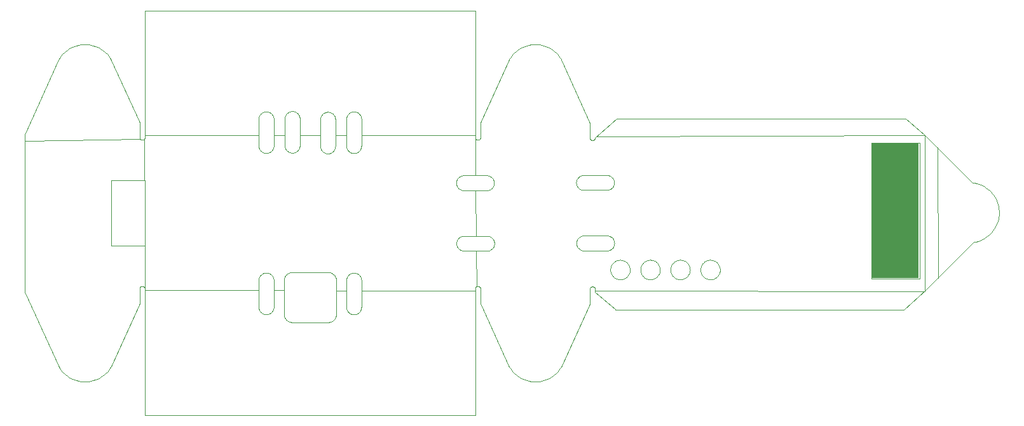
<source format=gko>
%FSTAX25Y25*%
%MOIN*%
%SFA1B1*%

%IPPOS*%
%ADD12C,0.003937*%
%ADD13R,0.248031X0.708660*%
%LNpcb1-1*%
%LPD*%
G54D12*
X0709972Y0553118D02*
D01*
X0709615Y0553105*
X070926Y0553068*
X0708908Y0553006*
X0708561Y0552919*
X0708221Y0552809*
X070789Y0552675*
X0707569Y0552519*
X070726Y055234*
X0706964Y055214*
X0706682Y055192*
X0706417Y0551681*
X0706168Y0551424*
X0705939Y0551151*
X0705729Y0550862*
X070554Y0550559*
X0705372Y0550243*
X0705227Y0549917*
X0705104Y0549581*
X0705006Y0549238*
X0704932Y0548888*
X0704882Y0548534*
X0704857Y0548178*
X0704854Y0548*
X071509D02*
D01*
X0715078Y0548357*
X071504Y0548712*
X0714978Y0549064*
X0714892Y054941*
X0714781Y054975*
X0714648Y0550081*
X0714491Y0550402*
X0714312Y0550712*
X0714113Y0551008*
X0713893Y0551289*
X0713654Y0551555*
X0713397Y0551803*
X0713123Y0552033*
X0712834Y0552243*
X0712531Y0552432*
X0712216Y05526*
X0711889Y0552745*
X0711554Y0552867*
X071121Y0552966*
X0710861Y055304*
X0710507Y055309*
X0710151Y0553114*
X0709972Y0553118*
Y0542881D02*
D01*
X0710329Y0542894*
X0710684Y0542931*
X0711036Y0542993*
X0711383Y054308*
X0711722Y054319*
X0712054Y0543324*
X0712375Y054348*
X0712684Y0543659*
X071298Y0543859*
X0713262Y0544079*
X0713527Y0544318*
X0713775Y0544575*
X0714005Y0544848*
X0714215Y0545137*
X0714404Y054544*
X0714572Y0545756*
X0714717Y0546082*
X071484Y0546418*
X0714938Y0546761*
X0715012Y0547111*
X0715062Y0547465*
X0715087Y0547821*
X071509Y0548*
X0704854D02*
D01*
X0704866Y0547642*
X0704904Y0547287*
X0704966Y0546935*
X0705052Y0546589*
X0705162Y0546249*
X0705296Y0545918*
X0705453Y0545597*
X0705632Y0545287*
X0705831Y0544991*
X0706051Y054471*
X070629Y0544444*
X0706547Y0544196*
X0706821Y0543966*
X070711Y0543756*
X0707413Y0543567*
X0707728Y0543399*
X0708055Y0543254*
X070839Y0543132*
X0708734Y0543033*
X0709083Y0542959*
X0709437Y0542909*
X0709793Y0542885*
X0709972Y0542881*
X0741468D02*
D01*
X0741825Y0542894*
X074218Y0542931*
X0742532Y0542993*
X0742879Y054308*
X0743219Y054319*
X074355Y0543324*
X0743871Y054348*
X074418Y0543659*
X0744476Y0543859*
X0744758Y0544079*
X0745023Y0544318*
X0745272Y0544575*
X0745501Y0544848*
X0745711Y0545137*
X07459Y054544*
X0746068Y0545756*
X0746213Y0546082*
X0746336Y0546418*
X0746434Y0546761*
X0746508Y0547111*
X0746558Y0547465*
X0746583Y0547821*
X0746586Y0548*
D01*
X0746574Y0548357*
X0746536Y0548712*
X0746474Y0549064*
X0746388Y054941*
X0746277Y054975*
X0746144Y0550081*
X0745987Y0550402*
X0745808Y0550712*
X0745609Y0551008*
X0745389Y0551289*
X074515Y0551555*
X0744893Y0551803*
X0744619Y0552033*
X074433Y0552243*
X0744027Y0552432*
X0743712Y05526*
X0743385Y0552745*
X074305Y0552867*
X0742706Y0552966*
X0742357Y055304*
X0742003Y055309*
X0741647Y0553114*
X0741468Y0553118*
D01*
X0741111Y0553105*
X0740756Y0553068*
X0740404Y0553006*
X0740057Y0552919*
X0739718Y0552809*
X0739386Y0552675*
X0739065Y0552519*
X0738756Y055234*
X073846Y055214*
X0738178Y055192*
X0737913Y0551681*
X0737665Y0551424*
X0737435Y0551151*
X0737225Y0550862*
X0737036Y0550559*
X0736868Y0550243*
X0736723Y0549917*
X07366Y0549581*
X0736502Y0549238*
X0736428Y0548888*
X0736378Y0548534*
X0736353Y0548178*
X073635Y0548*
D01*
X0736362Y0547642*
X07364Y0547287*
X0736462Y0546935*
X0736548Y0546589*
X0736659Y0546249*
X0736792Y0545918*
X0736949Y0545597*
X0737128Y0545287*
X0737327Y0544991*
X0737547Y054471*
X0737786Y0544444*
X0738043Y0544196*
X0738317Y0543966*
X0738606Y0543756*
X0738909Y0543567*
X0739224Y0543399*
X0739551Y0543254*
X0739886Y0543132*
X074023Y0543033*
X0740579Y0542959*
X0740933Y0542909*
X0741289Y0542885*
X0741468Y0542881*
X072572D02*
D01*
X0726077Y0542894*
X0726432Y0542931*
X0726784Y0542993*
X0727131Y054308*
X072747Y054319*
X0727802Y0543324*
X0728123Y054348*
X0728432Y0543659*
X0728728Y0543859*
X072901Y0544079*
X0729275Y0544318*
X0729523Y0544575*
X0729753Y0544848*
X0729963Y0545137*
X0730152Y054544*
X073032Y0545756*
X0730465Y0546082*
X0730588Y0546418*
X0730686Y0546761*
X073076Y0547111*
X073081Y0547465*
X0730835Y0547821*
X0730838Y0548*
X0720602D02*
D01*
X0720614Y0547642*
X0720652Y0547287*
X0720714Y0546935*
X07208Y0546589*
X0720911Y0546249*
X0721044Y0545918*
X0721201Y0545597*
X072138Y0545287*
X0721579Y0544991*
X0721799Y054471*
X0722038Y0544444*
X0722295Y0544196*
X0722569Y0543966*
X0722858Y0543756*
X0723161Y0543567*
X0723476Y0543399*
X0723803Y0543254*
X0724138Y0543132*
X0724482Y0543033*
X0724831Y0542959*
X0725185Y0542909*
X0725541Y0542885*
X072572Y0542881*
Y0553118D02*
D01*
X0725363Y0553105*
X0725008Y0553068*
X0724656Y0553006*
X0724309Y0552919*
X0723969Y0552809*
X0723638Y0552675*
X0723317Y0552519*
X0723008Y055234*
X0722712Y055214*
X072243Y055192*
X0722165Y0551681*
X0721916Y0551424*
X0721687Y0551151*
X0721477Y0550862*
X0721288Y0550559*
X072112Y0550243*
X0720975Y0549917*
X0720852Y0549581*
X0720754Y0549238*
X072068Y0548888*
X072063Y0548534*
X0720605Y0548178*
X0720602Y0548*
X0730838D02*
D01*
X0730826Y0548357*
X0730788Y0548712*
X0730726Y0549064*
X073064Y054941*
X0730529Y054975*
X0730396Y0550081*
X0730239Y0550402*
X073006Y0550712*
X0729861Y0551008*
X0729641Y0551289*
X0729402Y0551555*
X0729145Y0551803*
X0728871Y0552033*
X0728582Y0552243*
X0728279Y0552432*
X0727964Y05526*
X0727637Y0552745*
X0727302Y0552867*
X0726958Y0552966*
X0726609Y055304*
X0726255Y055309*
X0725899Y0553114*
X072572Y0553118*
X0757216Y0542881D02*
D01*
X0757573Y0542894*
X0757928Y0542931*
X075828Y0542993*
X0758627Y054308*
X0758967Y054319*
X0759298Y0543324*
X0759619Y054348*
X0759928Y0543659*
X0760224Y0543859*
X0760506Y0544079*
X0760771Y0544318*
X076102Y0544575*
X0761249Y0544848*
X0761459Y0545137*
X0761648Y054544*
X0761816Y0545756*
X0761961Y0546082*
X0762084Y0546418*
X0762182Y0546761*
X0762256Y0547111*
X0762306Y0547465*
X0762331Y0547821*
X0762334Y0548*
D01*
X0762322Y0548357*
X0762284Y0548712*
X0762222Y0549064*
X0762136Y054941*
X0762025Y054975*
X0761892Y0550081*
X0761735Y0550402*
X0761556Y0550712*
X0761357Y0551008*
X0761137Y0551289*
X0760898Y0551555*
X0760641Y0551803*
X0760367Y0552033*
X0760078Y0552243*
X0759775Y0552432*
X075946Y05526*
X0759133Y0552745*
X0758798Y0552867*
X0758454Y0552966*
X0758105Y055304*
X0757751Y055309*
X0757395Y0553114*
X0757216Y0553118*
D01*
X0756859Y0553105*
X0756504Y0553068*
X0756152Y0553006*
X0755805Y0552919*
X0755466Y0552809*
X0755134Y0552675*
X0754813Y0552519*
X0754504Y055234*
X0754208Y055214*
X0753926Y055192*
X0753661Y0551681*
X0753413Y0551424*
X0753183Y0551151*
X0752973Y0550862*
X0752784Y0550559*
X0752616Y0550243*
X0752471Y0549917*
X0752348Y0549581*
X075225Y0549238*
X0752176Y0548888*
X0752126Y0548534*
X0752101Y0548178*
X0752098Y0548*
D01*
X075211Y0547642*
X0752148Y0547287*
X075221Y0546935*
X0752296Y0546589*
X0752407Y0546249*
X075254Y0545918*
X0752697Y0545597*
X0752876Y0545287*
X0753075Y0544991*
X0753295Y054471*
X0753534Y0544444*
X0753791Y0544196*
X0754065Y0543966*
X0754354Y0543756*
X0754657Y0543567*
X0754972Y0543399*
X0755299Y0543254*
X0755634Y0543132*
X0755978Y0543033*
X0756327Y0542959*
X0756681Y0542909*
X0757037Y0542885*
X0757216Y0542881*
X0690985Y0565878D02*
D01*
X0690711Y0565868*
X0690437Y056584*
X0690167Y0565792*
X06899Y0565725*
X0689639Y056564*
X0689384Y0565537*
X0689137Y0565417*
X0688899Y056528*
X0688671Y0565126*
X0688455Y0564957*
X068825Y0564773*
X068806Y0564575*
X0687883Y0564365*
X0687721Y0564142*
X0687576Y0563909*
X0687447Y0563667*
X0687335Y0563416*
X0687241Y0563157*
X0687165Y0562893*
X0687108Y0562624*
X068707Y0562352*
X0687051Y0562078*
Y0561803*
X068707Y0561529*
X0687108Y0561257*
X0687165Y0560988*
X0687241Y0560724*
X0687335Y0560466*
X0687447Y0560215*
X0687576Y0559972*
X0687721Y0559739*
X0687883Y0559517*
X068806Y0559306*
X068825Y0559109*
X0688455Y0558925*
X0688671Y0558756*
X0688899Y0558602*
X0689137Y0558465*
X0689384Y0558344*
X0689639Y0558241*
X06899Y0558156*
X0690167Y055809*
X0690437Y0558042*
X0690711Y0558013*
X0690985Y0558004*
X0702985Y0557996D02*
D01*
X070326Y0558005*
X0703533Y0558034*
X0703804Y0558082*
X0704071Y0558148*
X0704332Y0558233*
X0704587Y0558336*
X0704834Y0558456*
X0705072Y0558594*
X0705299Y0558747*
X0705516Y0558917*
X070572Y0559101*
X0705911Y0559298*
X0706088Y0559509*
X0706249Y0559731*
X0706395Y0559964*
X0706524Y0560207*
X0706636Y0560458*
X070673Y0560716*
X0706805Y056098*
X0706863Y0561249*
X0706901Y0561521*
X070692Y0561795*
Y056207*
X0706901Y0562344*
X0706863Y0562616*
X0706805Y0562885*
X070673Y0563149*
X0706636Y0563407*
X0706524Y0563658*
X0706395Y0563901*
X0706249Y0564134*
X0706088Y0564356*
X0705911Y0564567*
X070572Y0564765*
X0705516Y0564948*
X0705299Y0565118*
X0705072Y0565271*
X0704834Y0565409*
X0704587Y0565529*
X0704332Y0565632*
X0704071Y0565717*
X0703804Y0565784*
X0703533Y0565831*
X070326Y056586*
X0702985Y056587*
X0690841Y0597655D02*
D01*
X0690567Y0597645*
X0690293Y0597617*
X0690023Y0597569*
X0689756Y0597502*
X0689495Y0597418*
X068924Y0597315*
X0688993Y0597194*
X0688755Y0597057*
X0688527Y0596903*
X0688311Y0596734*
X0688106Y059655*
X0687915Y0596352*
X0687739Y0596142*
X0687577Y059592*
X0687432Y0595687*
X0687303Y0595444*
X0687191Y0595193*
X0687097Y0594935*
X0687021Y059467*
X0686964Y0594402*
X0686926Y059413*
X0686907Y0593855*
Y0593581*
X0686926Y0593306*
X0686964Y0593034*
X0687021Y0592766*
X0687097Y0592501*
X0687191Y0592243*
X0687303Y0591992*
X0687432Y059175*
X0687577Y0591516*
X0687739Y0591294*
X0687915Y0591084*
X0688106Y0590886*
X0688311Y0590702*
X0688527Y0590533*
X0688755Y0590379*
X0688993Y0590242*
X068924Y0590121*
X0689495Y0590018*
X0689756Y0589934*
X0690023Y0589867*
X0690293Y0589819*
X0690567Y0589791*
X0690841Y0589781*
X0702841Y0589773D02*
D01*
X0703116Y0589782*
X0703389Y0589811*
X070366Y0589859*
X0703926Y0589925*
X0704188Y059001*
X0704443Y0590113*
X070469Y0590234*
X0704928Y0590371*
X0705155Y0590525*
X0705372Y0590694*
X0705576Y0590878*
X0705767Y0591075*
X0705944Y0591286*
X0706105Y0591508*
X0706251Y0591741*
X070638Y0591984*
X0706492Y0592235*
X0706586Y0592493*
X0706661Y0592757*
X0706718Y0593026*
X0706757Y0593298*
X0706776Y0593572*
Y0593847*
X0706757Y0594121*
X0706718Y0594393*
X0706661Y0594662*
X0706586Y0594926*
X0706492Y0595185*
X070638Y0595436*
X0706251Y0595678*
X0706105Y0595911*
X0705944Y0596134*
X0705767Y0596344*
X0705576Y0596542*
X0705372Y0596726*
X0705155Y0596895*
X0704928Y0597049*
X070469Y0597186*
X0704443Y0597306*
X0704188Y0597409*
X0703926Y0597494*
X070366Y0597561*
X0703389Y0597608*
X0703116Y0597637*
X0702841Y0597647*
X0640044Y0557851D02*
D01*
X0640319Y0557861*
X0640592Y055789*
X0640863Y0557938*
X064113Y0558004*
X0641391Y0558089*
X0641646Y0558192*
X0641893Y0558312*
X0642131Y055845*
X0642358Y0558603*
X0642575Y0558773*
X0642779Y0558956*
X064297Y0559154*
X0643147Y0559365*
X0643308Y0559587*
X0643454Y055982*
X0643583Y0560063*
X0643695Y0560314*
X0643789Y0560572*
X0643864Y0560836*
X0643922Y0561105*
X064396Y0561377*
X0643979Y0561651*
Y0561926*
X064396Y05622*
X0643922Y0562472*
X0643864Y0562741*
X0643789Y0563005*
X0643695Y0563263*
X0643583Y0563514*
X0643454Y0563757*
X0643308Y056399*
X0643147Y0564212*
X064297Y0564423*
X0642779Y0564621*
X0642575Y0564804*
X0642358Y0564974*
X0642131Y0565127*
X0641893Y0565265*
X0641646Y0565385*
X0641391Y0565488*
X064113Y0565573*
X0640863Y0565639*
X0640592Y0565687*
X0640319Y0565716*
X0640044Y0565725*
X0628044Y0565734D02*
D01*
X062777Y0565724*
X0627496Y0565695*
X0627226Y0565648*
X0626959Y0565581*
X0626698Y0565496*
X0626443Y0565393*
X0626196Y0565273*
X0625958Y0565136*
X062573Y0564982*
X0625514Y0564813*
X062531Y0564629*
X0625119Y0564431*
X0624942Y0564221*
X062478Y0563998*
X0624635Y0563765*
X0624506Y0563523*
X0624394Y0563272*
X06243Y0563013*
X0624224Y0562749*
X0624167Y056248*
X0624129Y0562208*
X062411Y0561934*
Y0561659*
X0624129Y0561385*
X0624167Y0561113*
X0624224Y0560844*
X06243Y056058*
X0624394Y0560322*
X0624506Y0560071*
X0624635Y0559828*
X062478Y0559595*
X0624942Y0559373*
X0625119Y0559162*
X062531Y0558965*
X0625514Y0558781*
X062573Y0558612*
X0625958Y0558458*
X0626196Y0558321*
X0626443Y05582*
X0626698Y0558097*
X0626959Y0558012*
X0627226Y0557946*
X0627496Y0557898*
X062777Y0557869*
X0628044Y055786*
X06399Y0589628D02*
D01*
X0640175Y0589638*
X0640448Y0589667*
X0640719Y0589714*
X0640985Y0589781*
X0641247Y0589866*
X0641502Y0589969*
X0641749Y0590089*
X0641987Y0590226*
X0642214Y059038*
X0642431Y0590549*
X0642635Y0590733*
X0642826Y0590931*
X0643003Y0591141*
X0643164Y0591364*
X064331Y0591597*
X0643439Y0591839*
X0643551Y059209*
X0643645Y0592349*
X064372Y0592613*
X0643777Y0592882*
X0643816Y0593154*
X0643835Y0593428*
Y0593703*
X0643816Y0593977*
X0643777Y0594249*
X064372Y0594518*
X0643645Y0594782*
X0643551Y059504*
X0643439Y0595291*
X064331Y0595534*
X0643164Y0595767*
X0643003Y0595989*
X0642826Y05962*
X0642635Y0596397*
X0642431Y0596581*
X0642214Y059675*
X0641987Y0596904*
X0641749Y0597041*
X0641502Y0597162*
X0641247Y0597265*
X0640985Y059735*
X0640719Y0597416*
X0640448Y0597464*
X0640175Y0597493*
X06399Y0597502*
X06279Y0597511D02*
D01*
X0627626Y0597501*
X0627352Y0597472*
X0627082Y0597424*
X0626815Y0597358*
X0626554Y0597273*
X0626299Y059717*
X0626052Y059705*
X0625814Y0596912*
X0625586Y0596759*
X062537Y0596589*
X0625165Y0596406*
X0624975Y0596208*
X0624798Y0595997*
X0624636Y0595775*
X0624491Y0595542*
X0624362Y0595299*
X062425Y0595048*
X0624156Y059479*
X062408Y0594526*
X0624023Y0594257*
X0623985Y0593985*
X0623966Y0593711*
Y0593436*
X0623985Y0593162*
X0624023Y059289*
X062408Y0592621*
X0624156Y0592357*
X062425Y0592099*
X0624362Y0591848*
X0624491Y0591605*
X0624636Y0591372*
X0624798Y059115*
X0624975Y0590939*
X0625165Y0590741*
X062537Y0590558*
X0625586Y0590388*
X0625814Y0590235*
X0626052Y0590097*
X0626299Y0589977*
X0626554Y0589874*
X0626815Y0589789*
X0627082Y0589723*
X0627352Y0589675*
X0627626Y0589646*
X06279Y0589637*
X0528291Y0542455D02*
D01*
X0528281Y054273*
X0528253Y0543003*
X0528205Y0543274*
X0528138Y054354*
X0528053Y0543802*
X052795Y0544056*
X052783Y0544303*
X0527693Y0544541*
X0527539Y0544769*
X052737Y0544986*
X0527186Y054519*
X0526988Y0545381*
X0526778Y0545557*
X0526555Y0545719*
X0526322Y0545865*
X052608Y0545994*
X0525829Y0546105*
X052557Y0546199*
X0525306Y0546275*
X0525037Y0546332*
X0524765Y054637*
X0524491Y054639*
X0524216*
X0523942Y054637*
X052367Y0546332*
X0523401Y0546275*
X0523137Y0546199*
X0522879Y0546105*
X0522628Y0545994*
X0522385Y0545865*
X0522152Y0545719*
X052193Y0545557*
X0521719Y0545381*
X0521522Y054519*
X0521338Y0544986*
X0521169Y0544769*
X0521015Y0544541*
X0520878Y0544303*
X0520757Y0544056*
X0520654Y0543802*
X0520569Y054354*
X0520503Y0543274*
X0520455Y0543003*
X0520426Y054273*
X0520417Y0542455*
X0520409Y0528487D02*
D01*
X0520418Y0528212*
X0520447Y0527939*
X0520495Y0527668*
X0520561Y0527401*
X0520646Y052714*
X0520749Y0526885*
X0520869Y0526638*
X0521007Y05264*
X052116Y0526172*
X052133Y0525956*
X0521514Y0525752*
X0521711Y0525561*
X0521922Y0525384*
X0522144Y0525223*
X0522377Y0525077*
X052262Y0524948*
X0522871Y0524836*
X0523129Y0524742*
X0523393Y0524666*
X0523662Y0524609*
X0523934Y0524571*
X0524208Y0524552*
X0524483*
X0524757Y0524571*
X0525029Y0524609*
X0525298Y0524666*
X0525562Y0524742*
X052582Y0524836*
X0526071Y0524948*
X0526314Y0525077*
X0526547Y0525223*
X0526769Y0525384*
X052698Y0525561*
X0527178Y0525752*
X0527361Y0525956*
X0527531Y0526172*
X0527684Y05264*
X0527822Y0526638*
X0527942Y0526885*
X0528045Y052714*
X052813Y0527401*
X0528197Y0527668*
X0528244Y0527939*
X0528273Y0528212*
X0528283Y0528487*
X0574256Y0542374D02*
D01*
X0574247Y0542649*
X0574218Y0542922*
X057417Y0543193*
X0574104Y0543459*
X0574019Y0543721*
X0573916Y0543976*
X0573795Y0544223*
X0573658Y0544461*
X0573504Y0544688*
X0573335Y0544905*
X0573151Y0545109*
X0572954Y05453*
X0572743Y0545477*
X0572521Y0545638*
X0572288Y0545784*
X0572045Y0545913*
X0571794Y0546025*
X0571536Y0546119*
X0571272Y0546194*
X0571003Y0546251*
X0570731Y054629*
X0570457Y0546309*
X0570182*
X0569908Y054629*
X0569636Y0546251*
X0569367Y0546194*
X0569103Y0546119*
X0568844Y0546025*
X0568593Y0545913*
X0568351Y0545784*
X0568118Y0545638*
X0567895Y0545477*
X0567685Y05453*
X0567487Y0545109*
X0567303Y0544905*
X0567134Y0544688*
X056698Y0544461*
X0566843Y0544223*
X0566723Y0543976*
X056662Y0543721*
X0566535Y0543459*
X0566468Y0543193*
X056642Y0542922*
X0566392Y0542649*
X0566382Y0542374*
X0566374Y0528406D02*
D01*
X0566384Y0528131*
X0566413Y0527858*
X056646Y0527587*
X0566527Y0527321*
X0566612Y0527059*
X0566715Y0526804*
X0566835Y0526557*
X0566973Y052632*
X0567126Y0526092*
X0567295Y0525875*
X0567479Y0525671*
X0567677Y052548*
X0567887Y0525303*
X056811Y0525142*
X0568343Y0524996*
X0568585Y0524867*
X0568836Y0524755*
X0569095Y0524661*
X0569359Y0524586*
X0569628Y0524529*
X05699Y052449*
X0570174Y0524471*
X0570449*
X0570723Y052449*
X0570995Y0524529*
X0571264Y0524586*
X0571528Y0524661*
X0571786Y0524755*
X0572037Y0524867*
X057228Y0524996*
X0572513Y0525142*
X0572735Y0525303*
X0572946Y052548*
X0573143Y0525671*
X0573327Y0525875*
X0573496Y0526092*
X057365Y052632*
X0573787Y0526557*
X0573908Y0526804*
X0574011Y0527059*
X0574096Y0527321*
X0574162Y0527587*
X057421Y0527858*
X0574239Y0528131*
X0574248Y0528406*
X0528291Y0627101D02*
D01*
X0528281Y0627375*
X0528253Y0627649*
X0528205Y0627919*
X0528138Y0628186*
X0528053Y0628447*
X052795Y0628702*
X052783Y0628949*
X0527693Y0629187*
X0527539Y0629415*
X052737Y0629631*
X0527186Y0629836*
X0526988Y0630026*
X0526778Y0630203*
X0526555Y0630365*
X0526322Y063051*
X052608Y0630639*
X0525829Y0630751*
X052557Y0630845*
X0525306Y0630921*
X0525037Y0630978*
X0524765Y0631016*
X0524491Y0631035*
X0524216*
X0523942Y0631016*
X052367Y0630978*
X0523401Y0630921*
X0523137Y0630845*
X0522879Y0630751*
X0522628Y0630639*
X0522385Y063051*
X0522152Y0630365*
X052193Y0630203*
X0521719Y0630026*
X0521522Y0629836*
X0521338Y0629631*
X0521169Y0629415*
X0521015Y0629187*
X0520878Y0628949*
X0520757Y0628702*
X0520654Y0628447*
X0520569Y0628186*
X0520503Y0627919*
X0520455Y0627649*
X0520426Y0627375*
X0520417Y0627101*
X0520409Y0613132D02*
D01*
X0520418Y0612858*
X0520447Y0612584*
X0520495Y0612314*
X0520561Y0612047*
X0520646Y0611786*
X0520749Y0611531*
X0520869Y0611284*
X0521007Y0611046*
X052116Y0610818*
X052133Y0610602*
X0521514Y0610397*
X0521711Y0610206*
X0521922Y061003*
X0522144Y0609868*
X0522377Y0609723*
X052262Y0609594*
X0522871Y0609482*
X0523129Y0609388*
X0523393Y0609312*
X0523662Y0609255*
X0523934Y0609217*
X0524208Y0609198*
X0524483*
X0524757Y0609217*
X0525029Y0609255*
X0525298Y0609312*
X0525562Y0609388*
X052582Y0609482*
X0526071Y0609594*
X0526314Y0609723*
X0526547Y0609868*
X0526769Y061003*
X052698Y0610206*
X0527178Y0610397*
X0527361Y0610602*
X0527531Y0610818*
X0527684Y0611046*
X0527822Y0611284*
X0527942Y0611531*
X0528045Y0611786*
X052813Y0612047*
X0528197Y0612314*
X0528244Y0612584*
X0528273Y0612858*
X0528283Y0613132*
X0541958Y0627245D02*
D01*
X0541948Y0627519*
X0541919Y0627793*
X0541872Y0628063*
X0541805Y062833*
X054172Y0628591*
X0541617Y0628846*
X0541497Y0629093*
X054136Y0629331*
X0541206Y0629559*
X0541037Y0629775*
X0540853Y062998*
X0540655Y0630171*
X0540445Y0630347*
X0540222Y0630509*
X0539989Y0630654*
X0539747Y0630783*
X0539496Y0630895*
X0539237Y0630989*
X0538973Y0631065*
X0538704Y0631122*
X0538432Y063116*
X0538158Y0631179*
X0537883*
X0537609Y063116*
X0537337Y0631122*
X0537068Y0631065*
X0536804Y0630989*
X0536546Y0630895*
X0536295Y0630783*
X0536052Y0630654*
X0535819Y0630509*
X0535597Y0630347*
X0535386Y0630171*
X0535189Y062998*
X0535005Y0629775*
X0534836Y0629559*
X0534682Y0629331*
X0534545Y0629093*
X0534424Y0628846*
X0534321Y0628591*
X0534236Y062833*
X053417Y0628063*
X0534122Y0627793*
X0534093Y0627519*
X0534084Y0627245*
X0534075Y0613276D02*
D01*
X0534085Y0613002*
X0534114Y0612728*
X0534162Y0612458*
X0534228Y0612191*
X0534313Y061193*
X0534416Y0611675*
X0534536Y0611428*
X0534674Y061119*
X0534827Y0610962*
X0534997Y0610746*
X053518Y0610541*
X0535378Y0610351*
X0535589Y0610174*
X0535811Y0610012*
X0536044Y0609867*
X0536287Y0609738*
X0536538Y0609626*
X0536796Y0609532*
X053706Y0609456*
X0537329Y0609399*
X0537601Y0609361*
X0537875Y0609342*
X053815*
X0538424Y0609361*
X0538696Y0609399*
X0538965Y0609456*
X0539229Y0609532*
X0539487Y0609626*
X0539738Y0609738*
X0539981Y0609867*
X0540214Y0610012*
X0540436Y0610174*
X0540647Y0610351*
X0540845Y0610541*
X0541028Y0610746*
X0541198Y0610962*
X0541351Y061119*
X0541489Y0611428*
X0541609Y0611675*
X0541712Y061193*
X0541797Y0612191*
X0541863Y0612458*
X0541911Y0612728*
X054194Y0613002*
X054195Y0613276*
X056059Y0626875D02*
D01*
X056058Y062715*
X0560551Y0627423*
X0560504Y0627694*
X0560437Y0627961*
X0560352Y0628222*
X0560249Y0628477*
X0560129Y0628724*
X0559991Y0628962*
X0559838Y062919*
X0559669Y0629406*
X0559485Y062961*
X0559287Y0629801*
X0559077Y0629978*
X0558854Y0630139*
X0558621Y0630285*
X0558379Y0630414*
X0558127Y0630526*
X0557869Y063062*
X0557605Y0630696*
X0557336Y0630753*
X0557064Y0630791*
X055679Y063081*
X0556515*
X0556241Y0630791*
X0555969Y0630753*
X05557Y0630696*
X0555436Y063062*
X0555178Y0630526*
X0554927Y0630414*
X0554684Y0630285*
X0554451Y0630139*
X0554229Y0629978*
X0554018Y0629801*
X0553821Y062961*
X0553637Y0629406*
X0553468Y062919*
X0553314Y0628962*
X0553176Y0628724*
X0553056Y0628477*
X0552953Y0628222*
X0552868Y0627961*
X0552802Y0627694*
X0552754Y0627423*
X0552725Y062715*
X0552716Y0626875*
X0552707Y0612907D02*
D01*
X0552717Y0612633*
X0552746Y0612359*
X0552793Y0612089*
X055286Y0611822*
X0552945Y0611561*
X0553048Y0611306*
X0553168Y0611059*
X0553306Y0610821*
X0553459Y0610593*
X0553628Y0610377*
X0553812Y0610172*
X055401Y0609982*
X0554221Y0609805*
X0554443Y0609643*
X0554676Y0609498*
X0554919Y0609369*
X055517Y0609257*
X0555428Y0609163*
X0555692Y0609087*
X0555961Y060903*
X0556233Y0608992*
X0556507Y0608973*
X0556782*
X0557056Y0608992*
X0557328Y060903*
X0557597Y0609087*
X0557861Y0609163*
X0558119Y0609257*
X055837Y0609369*
X0558613Y0609498*
X0558846Y0609643*
X0559068Y0609805*
X0559279Y0609982*
X0559476Y0610172*
X055966Y0610377*
X0559829Y0610593*
X0559983Y0610821*
X0560121Y0611059*
X0560241Y0611306*
X0560344Y0611561*
X0560429Y0611822*
X0560495Y0612089*
X0560543Y0612359*
X0560572Y0612633*
X0560581Y0612907*
X0533587Y0524818D02*
D01*
X0533597Y0524508*
X053363Y05242*
X0533684Y0523895*
X0533758Y0523594*
X0533854Y05233*
X053397Y0523012*
X0534106Y0522734*
X0534261Y0522466*
X0534434Y0522209*
X0534625Y0521965*
X0534832Y0521734*
X0535055Y0521519*
X0535292Y052132*
X0535543Y0521138*
X0535806Y0520974*
X0536079Y0520828*
X0536362Y0520702*
X0536653Y0520596*
X0536951Y0520511*
X0537254Y0520446*
X0537561Y0520403*
X053787Y0520382*
X0538025Y0520379*
X055664D02*
D01*
X055695Y052039*
X0557258Y0520422*
X0557563Y0520476*
X0557863Y0520551*
X0558158Y0520647*
X0558445Y0520763*
X0558724Y0520899*
X0558992Y0521053*
X0559249Y0521227*
X0559493Y0521417*
X0559723Y0521625*
X0559939Y0521848*
X0560138Y0522085*
X056032Y0522336*
X0560484Y0522598*
X0560629Y0522872*
X0560755Y0523155*
X0560861Y0523446*
X0560947Y0523744*
X0561011Y0524047*
X0561054Y0524354*
X0561076Y0524663*
X0561079Y0524818*
Y0530164D02*
D01*
X0561082Y0530199*
X0561083Y053023*
X0561091Y054223D02*
D01*
X056108Y0542539*
X0561048Y0542848*
X0560994Y0543153*
X0560919Y0543453*
X0560824Y0543748*
X0560707Y0544035*
X0560572Y0544314*
X0560417Y0544582*
X0560244Y0544839*
X0560053Y0545083*
X0559845Y0545313*
X0559623Y0545528*
X0559385Y0545727*
X0559135Y054591*
X0558872Y0546074*
X0558598Y0546219*
X0558315Y0546345*
X0558024Y0546451*
X0557726Y0546537*
X0557423Y0546601*
X0557117Y0546644*
X0556808Y0546666*
X0556653Y0546668*
X0538037D02*
D01*
X0537728Y0546658*
X053742Y0546625*
X0537114Y0546571*
X0536814Y0546496*
X0536519Y0546401*
X0536232Y0546285*
X0535954Y0546149*
X0535685Y0545994*
X0535428Y0545821*
X0535184Y054563*
X0534954Y0545423*
X0534739Y05452*
X053454Y0544962*
X0534358Y0544712*
X0534193Y0544449*
X0534048Y0544176*
X0533922Y0543893*
X0533816Y0543601*
X0533731Y0543304*
X0533666Y0543001*
X0533623Y0542694*
X0533601Y0542385*
X0533599Y054223*
X0533595Y0536322D02*
D01*
X053359Y0536287*
X0533587Y0536252*
X0533587Y053623*
X0574258Y062702D02*
D01*
X0574248Y0627295*
X0574219Y0627568*
X0574172Y0627839*
X0574105Y0628105*
X057402Y0628367*
X0573917Y0628621*
X0573797Y0628868*
X057366Y0629106*
X0573506Y0629334*
X0573337Y0629551*
X0573153Y0629755*
X0572955Y0629946*
X0572745Y0630122*
X0572522Y0630284*
X0572289Y063043*
X0572047Y0630559*
X0571796Y063067*
X0571537Y0630764*
X0571273Y063084*
X0571004Y0630897*
X0570732Y0630935*
X0570458Y0630955*
X0570183*
X0569909Y0630935*
X0569637Y0630897*
X0569368Y063084*
X0569104Y0630764*
X0568846Y063067*
X0568595Y0630559*
X0568352Y063043*
X0568119Y0630284*
X0567897Y0630122*
X0567686Y0629946*
X0567489Y0629755*
X0567305Y0629551*
X0567136Y0629334*
X0566982Y0629106*
X0566845Y0628868*
X0566724Y0628621*
X0566621Y0628367*
X0566536Y0628105*
X056647Y0627839*
X0566422Y0627568*
X0566393Y0627295*
X0566384Y062702*
X0566375Y0613051D02*
D01*
X0566385Y0612777*
X0566414Y0612504*
X0566462Y0612233*
X0566528Y0611966*
X0566613Y0611705*
X0566716Y061145*
X0566836Y0611203*
X0566974Y0610965*
X0567127Y0610737*
X0567297Y0610521*
X056748Y0610317*
X0567678Y0610126*
X0567889Y0609949*
X0568111Y0609788*
X0568344Y0609642*
X0568587Y0609513*
X0568838Y0609401*
X0569096Y0609307*
X056936Y0609231*
X0569629Y0609174*
X0569901Y0609136*
X0570175Y0609117*
X057045*
X0570724Y0609136*
X0570996Y0609174*
X0571265Y0609231*
X0571529Y0609307*
X0571787Y0609401*
X0572038Y0609513*
X0572281Y0609642*
X0572514Y0609788*
X0572736Y0609949*
X0572947Y0610126*
X0573145Y0610317*
X0573328Y0610521*
X0573498Y0610737*
X0573651Y0610965*
X0573789Y0611203*
X0573909Y061145*
X0574012Y0611705*
X0574097Y0611966*
X0574163Y0612233*
X0574211Y0612504*
X057424Y0612777*
X057425Y0613051*
X0442861Y0658462D02*
D01*
X0442278Y0659394*
X0441632Y0660283*
X0440925Y0661125*
X0440162Y0661916*
X0439345Y0662651*
X0438479Y0663328*
X0437568Y0663943*
X0436616Y0664492*
X0435628Y0664974*
X0434608Y0665386*
X0433563Y0665726*
X0432497Y0665992*
X0431414Y0666182*
X0430321Y0666297*
X0429222Y0666336*
X0428124Y0666297*
X0427031Y0666182*
X0425948Y0665992*
X0424882Y0665726*
X0423836Y0665386*
X0422817Y0664974*
X0421829Y0664492*
X0420877Y0663943*
X0419966Y0663328*
X04191Y0662651*
X0418283Y0661916*
X0417519Y0661125*
X0416813Y0660283*
X0416167Y0659394*
X0415584Y0658462*
X0457962Y0617507D02*
D01*
X0457966Y0617411*
X0457976Y0617315*
X0457993Y061722*
X0458016Y0617127*
X0458046Y0617036*
X0458082Y0616947*
X0458124Y061686*
X0458172Y0616777*
X0458226Y0616697*
X0458285Y0616621*
X0458349Y061655*
X0458418Y0616483*
X0458492Y0616421*
X045857Y0616365*
X0458651Y0616314*
X0458736Y0616268*
X0458824Y0616229*
X0458915Y0616196*
X0459007Y061617*
X0459101Y061615*
X0459196Y0616137*
X0459292Y061613*
X0459389*
X0459484Y0616137*
X045958Y061615*
X0459674Y061617*
X0459766Y0616196*
X0459857Y0616229*
X0459944Y0616268*
X0460029Y0616314*
X0460111Y0616365*
X0460189Y0616421*
X0460262Y0616483*
X0460332Y061655*
X0460396Y0616621*
X0460455Y0616697*
X0460509Y0616777*
X0460557Y061686*
X0460599Y0616947*
X0460635Y0617036*
X0460665Y0617127*
X0460688Y061722*
X0460705Y0617315*
X0460715Y0617411*
X0460718Y0617507*
X0633947D02*
D01*
X063395Y0617411*
X063396Y0617315*
X0633977Y061722*
X0634Y0617127*
X063403Y0617036*
X0634066Y0616947*
X0634108Y061686*
X0634156Y0616777*
X063421Y0616697*
X0634269Y0616621*
X0634333Y061655*
X0634403Y0616483*
X0634476Y0616421*
X0634554Y0616365*
X0634636Y0616314*
X0634721Y0616268*
X0634809Y0616229*
X0634899Y0616196*
X0634991Y061617*
X0635085Y061615*
X0635181Y0616137*
X0635277Y061613*
X0635373*
X0635469Y0616137*
X0635564Y061615*
X0635658Y061617*
X0635751Y0616196*
X0635841Y0616229*
X0635929Y0616268*
X0636014Y0616314*
X0636095Y0616365*
X0636173Y0616421*
X0636247Y0616483*
X0636316Y061655*
X063638Y0616621*
X0636439Y0616697*
X0636493Y0616777*
X0636541Y061686*
X0636584Y0616947*
X063662Y0617036*
X0636649Y0617127*
X0636673Y061722*
X0636689Y0617315*
X0636699Y0617411*
X0636703Y0617507*
X0679081Y0658462D02*
D01*
X0678499Y0659394*
X0677852Y0660283*
X0677146Y0661125*
X0676382Y0661916*
X0675565Y0662651*
X0674699Y0663328*
X0673788Y0663943*
X0672836Y0664492*
X0671848Y0664974*
X0670829Y0665386*
X0669784Y0665726*
X0668717Y0665992*
X0667635Y0666182*
X0666541Y0666297*
X0665443Y0666336*
X0664344Y0666297*
X0663251Y0666182*
X0662169Y0665992*
X0661102Y0665726*
X0660057Y0665386*
X0659038Y0664974*
X065805Y0664492*
X0657098Y0663943*
X0656186Y0663328*
X065532Y0662651*
X0654503Y0661916*
X065374Y0661125*
X0653033Y0660283*
X0652387Y0659394*
X0651805Y0658462*
X0694046Y0617262D02*
D01*
X069405Y0617166*
X069406Y061707*
X0694076Y0616976*
X06941Y0616882*
X0694129Y0616791*
X0694165Y0616702*
X0694208Y0616615*
X0694256Y0616532*
X069431Y0616452*
X0694369Y0616376*
X0694433Y0616305*
X0694502Y0616238*
X0694576Y0616176*
X0694654Y061612*
X0694735Y0616069*
X069482Y0616024*
X0694908Y0615984*
X0694998Y0615952*
X0695091Y0615925*
X0695185Y0615905*
X069528Y0615892*
X0695376Y0615885*
X0695472*
X0695568Y0615892*
X0695664Y0615905*
X0695758Y0615925*
X069585Y0615952*
X069594Y0615984*
X0696028Y0616024*
X0696113Y0616069*
X0696195Y061612*
X0696273Y0616176*
X0696346Y0616238*
X0696416Y0616305*
X069648Y0616376*
X0696539Y0616452*
X0696593Y0616532*
X0696641Y0616615*
X0696683Y0616702*
X0696719Y0616791*
X0696749Y0616882*
X0696772Y0616976*
X0696789Y061707*
X0696799Y0617166*
X0696802Y0617262*
X089544Y0562475D02*
D01*
X089652Y056269*
X0897581Y056298*
X089862Y0563343*
X0899631Y0563777*
X0900609Y0564281*
X090155Y0564852*
X0902448Y0565487*
X09033Y0566183*
X0904102Y0566937*
X0904848Y0567745*
X0905537Y0568604*
X0906164Y0569508*
X0906727Y0570453*
X0907222Y0571436*
X0907647Y0572451*
X0908001Y0573493*
X0908281Y0574557*
X0908486Y0575638*
X0908615Y0576731*
X0908668Y057783*
X0908644Y057893*
X0908543Y0580025*
X0908366Y0581111*
X0908114Y0582182*
X0907787Y0583233*
X0907389Y0584259*
X0906919Y0585254*
X0906381Y0586214*
X0905778Y0587134*
X0905112Y058801*
X0904386Y0588837*
X0903605Y0589612*
X0902771Y059033*
X0901889Y0590988*
X0900964Y0591583*
X0899999Y0592112*
X0899Y0592573*
X0897971Y0592963*
X0896917Y059328*
X0895844Y0593522*
X0895453Y0593591*
X0696802Y0537755D02*
D01*
X0696799Y0537851*
X0696789Y0537946*
X0696772Y0538041*
X0696749Y0538134*
X0696719Y0538226*
X0696683Y0538315*
X0696641Y0538402*
X0696593Y0538485*
X0696539Y0538565*
X069648Y053864*
X0696416Y0538712*
X0696346Y0538779*
X0696273Y053884*
X0696195Y0538897*
X0696113Y0538948*
X0696028Y0538993*
X069594Y0539032*
X069585Y0539065*
X0695758Y0539092*
X0695664Y0539112*
X0695568Y0539125*
X0695472Y0539132*
X0695376*
X069528Y0539125*
X0695185Y0539112*
X0695091Y0539092*
X0694998Y0539065*
X0694908Y0539032*
X069482Y0538993*
X0694735Y0538948*
X0694654Y0538897*
X0694576Y053884*
X0694502Y0538779*
X0694433Y0538712*
X0694369Y053864*
X069431Y0538565*
X0694256Y0538485*
X0694208Y0538402*
X0694165Y0538315*
X0694129Y0538226*
X06941Y0538134*
X0694076Y0538041*
X069406Y0537946*
X069405Y0537851*
X0694046Y0537755*
X0651805Y0497045D02*
D01*
X0652387Y0496113*
X0653033Y0495223*
X065374Y0494381*
X0654503Y0493591*
X065532Y0492855*
X0656186Y0492178*
X0657098Y0491564*
X065805Y0491014*
X0659038Y0490532*
X0660057Y049012*
X0661102Y0489781*
X0662169Y0489515*
X0663251Y0489324*
X0664344Y0489209*
X0665443Y0489171*
X0666541Y0489209*
X0667635Y0489324*
X0668717Y0489515*
X0669784Y0489781*
X0670829Y049012*
X0671848Y0490532*
X0672836Y0491014*
X0673788Y0491564*
X0674699Y0492178*
X0675565Y0492855*
X0676382Y0493591*
X0677146Y0494381*
X0677852Y0495223*
X0678499Y0496113*
X0679081Y0497044*
X0636703Y0538D02*
D01*
X0636699Y0538096*
X0636689Y0538191*
X0636673Y0538286*
X0636649Y0538379*
X063662Y0538471*
X0636584Y053856*
X0636541Y0538646*
X0636493Y053873*
X0636439Y0538809*
X063638Y0538885*
X0636316Y0538957*
X0636247Y0539024*
X0636173Y0539085*
X0636095Y0539142*
X0636014Y0539193*
X0635929Y0539238*
X0635841Y0539277*
X0635751Y053931*
X0635658Y0539337*
X0635564Y0539357*
X0635469Y053937*
X0635373Y0539377*
X0635277*
X0635181Y053937*
X0635085Y0539357*
X0634991Y0539337*
X0634899Y053931*
X0634809Y0539277*
X0634721Y0539238*
X0634636Y0539193*
X0634554Y0539142*
X0634476Y0539085*
X0634403Y0539024*
X0634333Y0538957*
X0634269Y0538885*
X063421Y0538809*
X0634156Y053873*
X0634108Y0538646*
X0634066Y053856*
X063403Y0538471*
X0634Y0538379*
X0633977Y0538286*
X063396Y0538191*
X063395Y0538096*
X0633947Y0538*
X0460718D02*
D01*
X0460715Y0538096*
X0460705Y0538191*
X0460688Y0538286*
X0460665Y0538379*
X0460635Y0538471*
X0460599Y053856*
X0460557Y0538646*
X0460509Y053873*
X0460455Y0538809*
X0460396Y0538885*
X0460332Y0538957*
X0460262Y0539024*
X0460189Y0539085*
X0460111Y0539142*
X0460029Y0539193*
X0459944Y0539238*
X0459857Y0539277*
X0459766Y053931*
X0459674Y0539337*
X045958Y0539357*
X0459484Y053937*
X0459389Y0539377*
X0459292*
X0459196Y053937*
X0459101Y0539357*
X0459007Y0539337*
X0458915Y053931*
X0458824Y0539277*
X0458736Y0539238*
X0458651Y0539193*
X045857Y0539142*
X0458492Y0539085*
X0458418Y0539024*
X0458349Y0538957*
X0458285Y0538885*
X0458226Y0538809*
X0458172Y053873*
X0458124Y0538646*
X0458082Y053856*
X0458046Y0538471*
X0458016Y0538379*
X0457993Y0538286*
X0457976Y0538191*
X0457966Y0538096*
X0457962Y0538*
X0415584Y0497044D02*
D01*
X0416167Y0496112*
X0416813Y0495223*
X0417519Y0494381*
X0418283Y049359*
X04191Y0492855*
X0419966Y0492178*
X0420877Y0491563*
X0421829Y0491014*
X0422817Y0490532*
X0423836Y049012*
X0424882Y048978*
X0425948Y0489515*
X0427031Y0489324*
X0428124Y0489209*
X0429222Y048917*
X0430321Y0489209*
X0431414Y0489324*
X0432497Y0489515*
X0433563Y048978*
X0434608Y049012*
X0435628Y0490532*
X0436616Y0491014*
X0437568Y0491563*
X0438479Y0492178*
X0439345Y0492855*
X0440162Y049359*
X0440925Y0494381*
X0441632Y0495223*
X0442278Y0496112*
X0442861Y0497044*
X0460718Y06185D02*
X0520412D01*
X0528287D02*
X0534079D01*
X0541953D02*
X0552711D01*
X0560585D02*
X0566379D01*
X0574253D02*
X0633947D01*
X0460718Y0537202D02*
X0520413Y0537132D01*
X0528287Y0537123D02*
X0533596Y0537116D01*
X0561088Y0537085D02*
X0566379Y0537078D01*
X0574253Y0537069D02*
X0633947Y0536999D01*
X04605Y0616775D02*
X0460538Y0595006D01*
X0460598Y0560501D02*
X0460637Y05384D01*
X0397726Y06155D02*
X0458438Y0616498D01*
X0633994Y0617188D02*
X063415Y0597506D01*
X0634212Y0589632D02*
X06344Y0565729D01*
X0634462Y0557855D02*
X063461Y0539166D01*
X0696802Y0537085D02*
X0869365Y0536498D01*
X0697727Y0618074D02*
X0869845Y0618627D01*
X0869665Y0536761D02*
X0869845Y0618627D01*
X087637Y0612102D02*
X0876724Y0543759D01*
X0841622Y054337D02*
X0867015D01*
Y0614629*
X0841622D02*
X0867015D01*
X0841622Y054337D02*
Y0614629D01*
X0443Y0560501D02*
Y0595006D01*
X0460718*
Y0560501D02*
Y0595006D01*
X0443Y0560501D02*
X0460718D01*
X0690985Y0565878D02*
X0696985Y0565874D01*
X0702985Y056587*
X0696985Y0558D02*
X0702985Y0557996D01*
X0690985Y0558004D02*
X0696985Y0558D01*
X0690841Y0597655D02*
X0696841Y0597651D01*
X0702841Y0597647*
X0696841Y0589777D02*
X0702841Y0589773D01*
X0690841Y0589781D02*
X0696841Y0589777D01*
X0634044Y0557855D02*
X0640044Y0557851D01*
X0628044Y055786D02*
X0634044Y0557855D01*
X0628044Y0565734D02*
X0634044Y0565729D01*
X0640044Y0565725*
X06339Y0589633D02*
X06399Y0589628D01*
X06279Y0589637D02*
X06339Y0589633D01*
X06279Y0597511D02*
X06339Y0597507D01*
X06399Y0597502*
X0520409Y0528487D02*
X0520413Y0536455D01*
X0520417Y0542455*
X0528287Y0536455D02*
X0528291Y0542455D01*
X0528281Y0528487D02*
X0528287Y0536455D01*
X0528281Y0528487D02*
X0528283D01*
X0566374Y0528406D02*
X0566378Y0536374D01*
X0566382Y0542374*
X0574252Y0536374D02*
X0574256Y0542374D01*
X0574247Y0528406D02*
X0574252Y0536374D01*
X0574247Y0528406D02*
X0574248D01*
X0520409Y0613132D02*
X0520413Y0619132D01*
X0520418Y0627101*
X0520417D02*
X0520418D01*
X0528291D02*
X0528292D01*
X0528287Y0619132D02*
X0528292Y0627101D01*
X0528283Y0613132D02*
X0528287Y0619132D01*
X0534075Y0613276D02*
X0534079Y0619276D01*
X0534085Y0627245*
X0534084D02*
X0534085D01*
X0541958D02*
X0541959D01*
X0541953Y0619276D02*
X0541959Y0627245D01*
X054195Y0613276D02*
X0541953Y0619276D01*
X0552707Y0612907D02*
X0552711Y0618907D01*
X0552717Y0626875*
X0552716D02*
X0552717D01*
X056059D02*
X0560591D01*
X0560585Y0618907D02*
X0560591Y0626875D01*
X0560581Y0612907D02*
X0560585Y0618907D01*
X0538025Y0520379D02*
X055664D01*
X0561079Y0524818D02*
Y0530164D01*
X0561083Y053023D02*
X0561091Y054223D01*
X0538037Y0546668D02*
X0556653D01*
X0533595Y0536322D02*
X0533599Y054223D01*
X0533587Y0524818D02*
Y053623D01*
X0566375Y0613051D02*
X0566379Y0619051D01*
X0566385Y062702*
X0566384D02*
X0566385D01*
X0574258D02*
X0574259D01*
X0574253Y0619051D02*
X0574259Y062702D01*
X057425Y0613051D02*
X0574253Y0619051D01*
X0397726Y0536414D02*
X0415584Y0497044D01*
X0397726Y0536414D02*
Y0619092D01*
X0415448Y0658217*
X0415584Y0658462*
X0442861D02*
X0457962Y0625168D01*
Y0617507D02*
Y0625168D01*
X0460718Y0684052D02*
Y0617507D01*
Y0684052D02*
X0633947D01*
Y0617507D02*
Y0684052D01*
X0636703Y0617507D02*
Y0625176D01*
X0651668Y0658217*
X0651805Y0658462*
X0678944Y0658217D02*
X0679081Y0658462D01*
X0678944Y0658217D02*
X0694046Y0624923D01*
Y0617262D02*
Y0624923D01*
X0696802Y0617262D02*
X0696811Y0617271D01*
X0708051Y0627133*
X0708185Y0627428*
X0859834*
X0869546Y0618925*
X0894883Y0593589*
X0895393*
X0895453Y0593592*
X0870167Y0537202D02*
X089544Y0562475D01*
X0858927Y0527339D02*
X0870167Y0537202D01*
X0858793Y0527044D02*
X0858927Y0527339D01*
X0707311Y0527044D02*
X0858793D01*
X0707311D02*
X0707395Y052714D01*
X0696802Y0536414D02*
X0707395Y052714D01*
X0696802Y0536414D02*
Y0537755D01*
X0694046Y0530085D02*
Y0537755D01*
X0679081Y0497044D02*
X0694046Y0530085D01*
X0636703Y0530339D02*
X0651805Y0497045D01*
X0636703Y0530339D02*
Y0538D01*
X0633947Y0471454D02*
Y0538D01*
X0460718Y0471454D02*
X0633947D01*
X0460718D02*
Y0538D01*
X0457962Y053033D02*
Y0538D01*
X0442997Y0497289D02*
X0457962Y053033D01*
X0442861Y0497044D02*
X0442997Y0497289D01*
G54D13*
X0854023Y0579D03*
D03*
M02*
</source>
